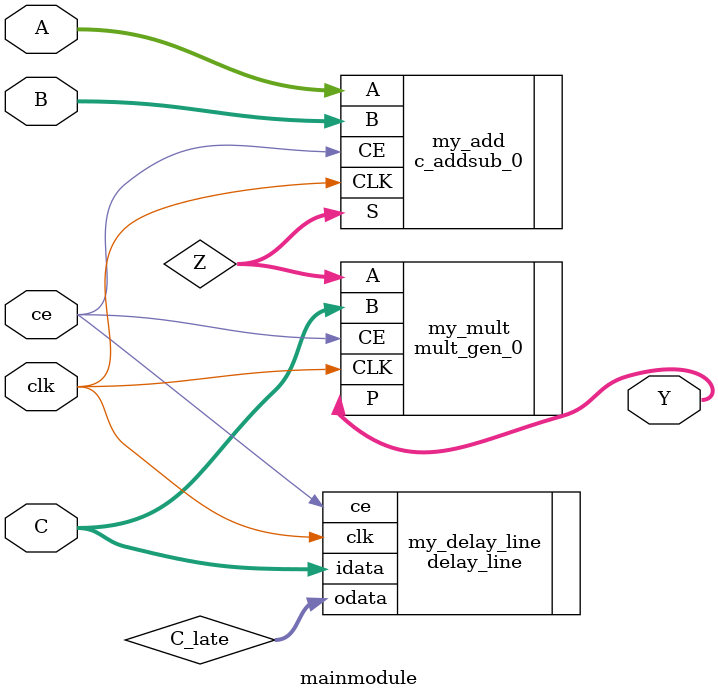
<source format=v>
`timescale 1ns / 1ps


module mainmodule
(
    input clk,
    input ce,
    input [9:0] A,
    input [9:0] B,
    input [9:0] C,
    output [20:0] Y
);
wire signed [10:0] Z;
wire signed [9:0] C_late;
//latency 2
c_addsub_0 my_add
(
    .A(A),
    .B(B),
    .CLK(clk),
    .CE(ce),
    .S(Z)
);

delay_line #
(
    .DELAY(2),
    .N(10)
) my_delay_line
(
    .clk(clk),
    .ce(ce),
    .idata(C),
    .odata(C_late)
);

mult_gen_0  my_mult
(
    .CLK(clk),
    .A(Z),
    .B(C),
    .CE(ce),
    .P(Y)
);
endmodule

</source>
